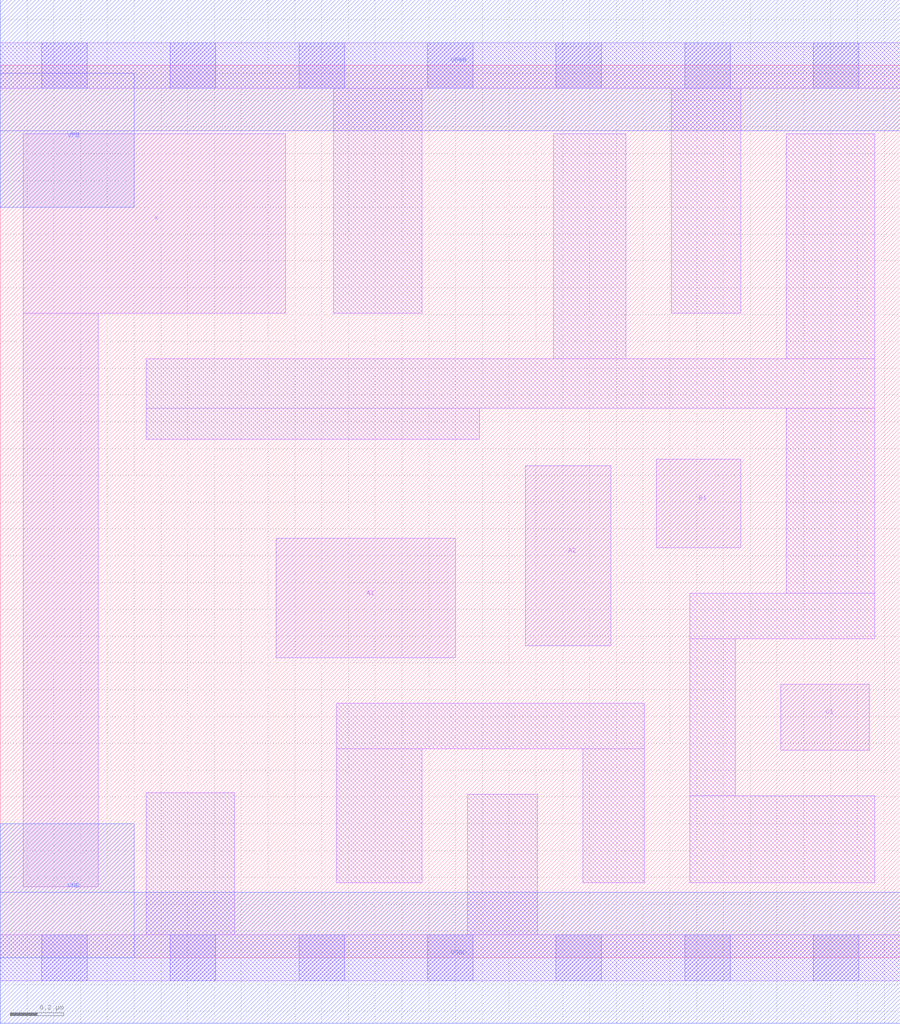
<source format=lef>
# Copyright 2020 The SkyWater PDK Authors
#
# Licensed under the Apache License, Version 2.0 (the "License");
# you may not use this file except in compliance with the License.
# You may obtain a copy of the License at
#
#     https://www.apache.org/licenses/LICENSE-2.0
#
# Unless required by applicable law or agreed to in writing, software
# distributed under the License is distributed on an "AS IS" BASIS,
# WITHOUT WARRANTIES OR CONDITIONS OF ANY KIND, either express or implied.
# See the License for the specific language governing permissions and
# limitations under the License.
#
# SPDX-License-Identifier: Apache-2.0

VERSION 5.5 ;
NAMESCASESENSITIVE ON ;
BUSBITCHARS "[]" ;
DIVIDERCHAR "/" ;
MACRO sky130_fd_sc_lp__o211a_0
  CLASS CORE ;
  SOURCE USER ;
  ORIGIN  0.000000  0.000000 ;
  SIZE  3.360000 BY  3.330000 ;
  SYMMETRY X Y R90 ;
  SITE unit ;
  PIN A1
    ANTENNAGATEAREA  0.159000 ;
    DIRECTION INPUT ;
    USE SIGNAL ;
    PORT
      LAYER li1 ;
        RECT 1.030000 1.120000 1.700000 1.565000 ;
    END
  END A1
  PIN A2
    ANTENNAGATEAREA  0.159000 ;
    DIRECTION INPUT ;
    USE SIGNAL ;
    PORT
      LAYER li1 ;
        RECT 1.960000 1.165000 2.280000 1.835000 ;
    END
  END A2
  PIN B1
    ANTENNAGATEAREA  0.159000 ;
    DIRECTION INPUT ;
    USE SIGNAL ;
    PORT
      LAYER li1 ;
        RECT 2.450000 1.530000 2.765000 1.860000 ;
    END
  END B1
  PIN C1
    ANTENNAGATEAREA  0.159000 ;
    DIRECTION INPUT ;
    USE SIGNAL ;
    PORT
      LAYER li1 ;
        RECT 2.915000 0.775000 3.245000 1.020000 ;
    END
  END C1
  PIN X
    ANTENNADIFFAREA  0.498500 ;
    DIRECTION OUTPUT ;
    USE SIGNAL ;
    PORT
      LAYER li1 ;
        RECT 0.085000 0.265000 0.365000 2.405000 ;
        RECT 0.085000 2.405000 1.065000 3.075000 ;
    END
  END X
  PIN VGND
    DIRECTION INOUT ;
    USE GROUND ;
    PORT
      LAYER met1 ;
        RECT 0.000000 -0.245000 3.360000 0.245000 ;
    END
  END VGND
  PIN VNB
    DIRECTION INOUT ;
    USE GROUND ;
    PORT
    END
  END VNB
  PIN VPB
    DIRECTION INOUT ;
    USE POWER ;
    PORT
    END
  END VPB
  PIN VNB
    DIRECTION INOUT ;
    USE GROUND ;
    PORT
      LAYER met1 ;
        RECT 0.000000 0.000000 0.500000 0.500000 ;
    END
  END VNB
  PIN VPB
    DIRECTION INOUT ;
    USE POWER ;
    PORT
      LAYER met1 ;
        RECT 0.000000 2.800000 0.500000 3.300000 ;
    END
  END VPB
  PIN VPWR
    DIRECTION INOUT ;
    USE POWER ;
    PORT
      LAYER met1 ;
        RECT 0.000000 3.085000 3.360000 3.575000 ;
    END
  END VPWR
  OBS
    LAYER li1 ;
      RECT 0.000000 -0.085000 3.360000 0.085000 ;
      RECT 0.000000  3.245000 3.360000 3.415000 ;
      RECT 0.545000  0.085000 0.875000 0.615000 ;
      RECT 0.545000  1.935000 1.790000 2.050000 ;
      RECT 0.545000  2.050000 3.265000 2.235000 ;
      RECT 1.245000  2.405000 1.575000 3.245000 ;
      RECT 1.255000  0.280000 1.575000 0.780000 ;
      RECT 1.255000  0.780000 2.405000 0.950000 ;
      RECT 1.745000  0.085000 2.005000 0.610000 ;
      RECT 2.065000  2.235000 2.335000 3.075000 ;
      RECT 2.175000  0.280000 2.405000 0.780000 ;
      RECT 2.505000  2.405000 2.765000 3.245000 ;
      RECT 2.575000  0.280000 3.265000 0.605000 ;
      RECT 2.575000  0.605000 2.745000 1.190000 ;
      RECT 2.575000  1.190000 3.265000 1.360000 ;
      RECT 2.935000  1.360000 3.265000 2.050000 ;
      RECT 2.935000  2.235000 3.265000 3.075000 ;
    LAYER mcon ;
      RECT 0.155000 -0.085000 0.325000 0.085000 ;
      RECT 0.155000  3.245000 0.325000 3.415000 ;
      RECT 0.635000 -0.085000 0.805000 0.085000 ;
      RECT 0.635000  3.245000 0.805000 3.415000 ;
      RECT 1.115000 -0.085000 1.285000 0.085000 ;
      RECT 1.115000  3.245000 1.285000 3.415000 ;
      RECT 1.595000 -0.085000 1.765000 0.085000 ;
      RECT 1.595000  3.245000 1.765000 3.415000 ;
      RECT 2.075000 -0.085000 2.245000 0.085000 ;
      RECT 2.075000  3.245000 2.245000 3.415000 ;
      RECT 2.555000 -0.085000 2.725000 0.085000 ;
      RECT 2.555000  3.245000 2.725000 3.415000 ;
      RECT 3.035000 -0.085000 3.205000 0.085000 ;
      RECT 3.035000  3.245000 3.205000 3.415000 ;
  END
END sky130_fd_sc_lp__o211a_0
END LIBRARY

</source>
